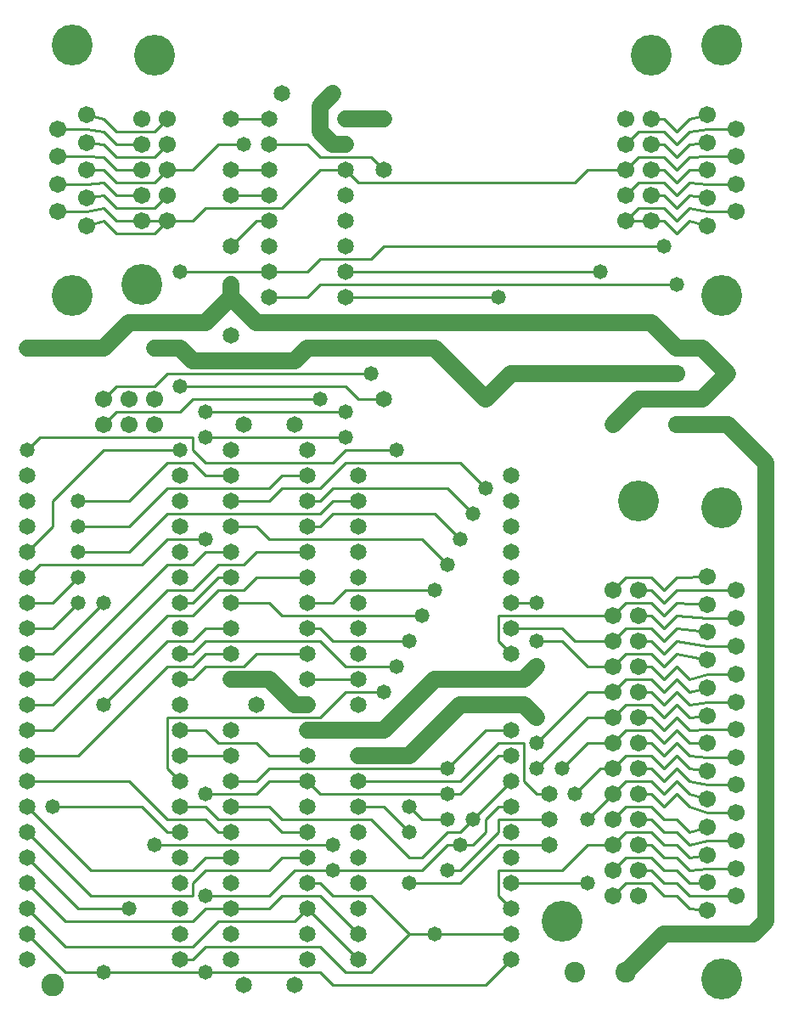
<source format=gbl>
%MOIN*%
%FSLAX25Y25*%
G04 D10 used for Character Trace; *
G04     Circle (OD=.01000) (No hole)*
G04 D11 used for Power Trace; *
G04     Circle (OD=.06700) (No hole)*
G04 D12 used for Signal Trace; *
G04     Circle (OD=.01100) (No hole)*
G04 D13 used for Via; *
G04     Circle (OD=.05800) (Round. Hole ID=.02800)*
G04 D14 used for Component hole; *
G04     Circle (OD=.06500) (Round. Hole ID=.03500)*
G04 D15 used for Component hole; *
G04     Circle (OD=.06700) (Round. Hole ID=.04300)*
G04 D16 used for Component hole; *
G04     Circle (OD=.08100) (Round. Hole ID=.05100)*
G04 D17 used for Component hole; *
G04     Circle (OD=.08900) (Round. Hole ID=.05900)*
G04 D18 used for Component hole; *
G04     Circle (OD=.11300) (Round. Hole ID=.08300)*
G04 D19 used for Component hole; *
G04     Circle (OD=.16000) (Round. Hole ID=.13000)*
G04 D20 used for Component hole; *
G04     Circle (OD=.18300) (Round. Hole ID=.15300)*
G04 D21 used for Component hole; *
G04     Circle (OD=.22291) (Round. Hole ID=.19291)*
%ADD10C,.01000*%
%ADD11C,.06700*%
%ADD12C,.01100*%
%ADD13C,.05800*%
%ADD14C,.06500*%
%ADD15C,.06700*%
%ADD16C,.08100*%
%ADD17C,.08900*%
%ADD18C,.11300*%
%ADD19C,.16000*%
%ADD20C,.18300*%
%ADD21C,.22291*%
%IPPOS*%
%LPD*%
G90*X0Y0D02*D14*X10000Y20000D03*D17*              
X20000Y10000D03*D12*X25000Y25000D02*X75000D01*    
X85000Y35000D01*X115000D01*X120000Y40000D01*D14*  
D03*D12*X140000Y20000D01*D14*D03*D12*             
X135000Y15000D02*X145000D01*X135000D02*           
X125000Y25000D01*X80000D01*X75000Y20000D01*       
X70000D01*D14*D03*D13*X80000Y15000D03*D12*        
X40000D01*D13*D03*D12*X25000D01*X10000Y30000D01*  
D14*D03*Y40000D03*D12*X25000Y25000D01*Y35000D02*  
X75000D01*X80000Y40000D01*X90000D01*D14*D03*D12*  
X105000D01*X110000Y45000D01*X125000D01*           
X140000Y30000D01*D14*D03*Y40000D03*D12*           
X130000Y10000D02*X125000Y15000D01*                
X130000Y10000D02*X190000D01*X200000Y20000D01*D14* 
D03*Y30000D03*D12*X170000D01*D13*D03*D12*         
X160000D01*X145000Y15000D01*X160000Y30000D02*     
X145000Y45000D01*X130000D01*X125000Y50000D01*     
X120000D01*D14*D03*D12*X105000Y45000D02*          
X115000Y55000D01*X80000Y45000D02*X105000D01*D13*  
X80000D03*D12*X75000D02*Y50000D01*X35000Y45000D02*
X75000D01*X35000D02*X10000Y70000D01*D14*D03*D13*  
X20000Y80000D03*D12*X55000D01*X65000Y70000D01*    
X70000D01*D14*D03*D12*X65000Y75000D02*X80000D01*  
X85000Y70000D01*X90000D01*D14*D03*D12*            
X85000Y75000D02*X105000D01*X110000Y70000D01*      
X120000D01*D14*D03*D12*X105000Y55000D02*          
X110000Y60000D01*X80000Y55000D02*X105000D01*      
X75000Y50000D02*X80000Y55000D01*X35000D02*        
X75000D01*X35000D02*X10000Y80000D01*D14*D03*      
Y90000D03*D12*X50000D01*X65000Y75000D01*D14*      
X70000Y80000D03*D12*X80000D01*X85000Y75000D01*D14*
X90000Y80000D03*D12*X105000D01*X110000Y75000D01*  
X145000D01*X160000Y60000D01*X165000D01*           
X175000Y70000D01*X180000D01*X185000Y75000D01*D13* 
D03*D12*X200000Y90000D01*D14*D03*D12*             
X210000Y85000D02*X205000Y90000D01*                
X210000Y85000D02*X215000D01*D14*D03*D13*          
X220000Y95000D03*D12*X230000Y105000D01*X240000D01*
D15*D03*D12*X245000Y110000D01*X255000D01*         
X260000Y105000D01*X265000Y110000D01*              
X270000Y105000D01*X276900D01*D15*D03*D12*         
X270000Y110000D02*X276900Y110400D01*X288200D01*   
D15*D03*Y121300D03*D12*X276900D01*                
X270000Y120000D01*X265000Y125000D01*              
X260000Y120000D01*X255000Y125000D01*X250000D01*   
D15*D03*D12*X260000Y115000D02*X255000Y120000D01*  
X260000Y115000D02*X265000Y120000D01*              
X270000Y115000D01*X276900Y115900D01*D15*D03*D12*  
X270000Y110000D02*X265000Y115000D01*              
X260000Y110000D01*X255000Y115000D01*X250000D01*   
D15*D03*D12*X245000Y120000D02*X255000D01*         
X240000Y115000D02*X245000Y120000D01*D15*          
X240000Y115000D03*D12*X230000D01*X210000Y95000D01*
D13*D03*D12*X205000Y90000D02*Y105000D01*          
X195000D01*X180000Y90000D01*X140000D01*D14*D03*   
D12*X160000Y70000D02*X150000Y80000D01*D13*        
X160000Y70000D03*D12*X165000Y75000D02*X175000D01* 
D13*D03*D12*X180000Y65000D02*X185000D01*D13*      
X180000D03*D12*X175000D01*X165000Y55000D01*       
X130000D01*D13*D03*D12*X115000D01*D14*            
X120000Y60000D03*D12*X110000D01*D14*              
X120000Y80000D03*X90000Y60000D03*D12*X80000D01*   
X75000Y55000D01*D14*X70000Y60000D03*Y50000D03*D13*
X60000Y65000D03*D12*X130000D01*D13*D03*D14*       
X140000Y60000D03*Y70000D03*Y80000D03*D12*         
X150000D01*D13*X160000D03*D12*X165000Y75000D01*   
D13*X175000Y85000D03*D12*X125000D01*              
X120000Y90000D01*D14*D03*D12*X105000D01*          
X100000Y85000D01*X80000D01*D13*D03*D14*           
X70000Y90000D03*D12*X65000Y95000D01*Y115000D01*   
X125000D01*X135000Y125000D01*X150000D01*D13*D03*  
X155000Y135000D03*D12*X135000D01*                 
X125000Y145000D01*X80000D01*X75000Y140000D01*     
X70000D01*D14*D03*D12*X65000Y135000D02*X75000D01* 
X30000Y100000D02*X65000Y135000D01*                
X10000Y100000D02*X30000D01*D14*X10000D03*D12*     
Y110000D02*X20000D01*D14*X10000D03*D12*Y120000D02*
X20000D01*D14*X10000D03*D12*X20000Y110000D02*     
X65000Y155000D01*X75000D01*X85000Y165000D01*      
X95000D01*X100000Y170000D01*X120000D01*D14*D03*   
D12*Y160000D02*X130000D01*D14*X120000D03*D12*     
X130000D02*X135000Y165000D01*X170000D01*D13*D03*  
X175000Y175000D03*D12*X165000Y185000D01*          
X105000D01*X100000Y190000D01*X90000D01*D14*D03*   
D12*X95000Y175000D02*X100000Y180000D01*           
X85000Y175000D02*X95000D01*X75000Y165000D02*      
X85000Y175000D01*X65000Y165000D02*X75000D01*      
X20000Y120000D02*X65000Y165000D01*D14*            
X10000Y130000D03*D12*X20000D01*X65000Y175000D01*  
X75000D01*X80000Y180000D01*X90000D01*D14*D03*D13* 
X80000Y185000D03*D12*X65000D01*X55000Y175000D01*  
X15000D01*X10000Y170000D01*D14*D03*D12*Y160000D02*
X20000D01*D14*X10000D03*D12*Y150000D02*X20000D01* 
D14*X10000D03*D12*Y140000D02*X20000D01*D14*       
X10000D03*D12*X20000Y150000D02*X30000Y160000D01*  
D13*D03*X40000D03*D12*X20000Y140000D01*D13*       
X40000Y120000D03*D12*X65000Y145000D01*X75000D01*  
X80000Y150000D01*X90000D01*D14*D03*D12*           
X95000Y135000D02*X100000Y140000D01*               
X80000Y135000D02*X95000D01*X75000Y130000D02*      
X80000Y135000D01*X70000Y130000D02*X75000D01*D14*  
X70000D03*D12*X75000Y135000D02*X80000Y140000D01*  
X90000D01*D14*D03*D12*X100000D02*X120000D01*D14*  
D03*D12*X130000Y145000D02*X125000Y150000D01*      
X130000Y145000D02*X160000D01*D13*D03*             
X165000Y155000D03*D12*X110000D01*                 
X105000Y160000D01*X90000D01*D14*D03*Y170000D03*   
D12*X85000D01*X75000Y160000D01*X70000D01*D14*D03* 
Y170000D03*Y150000D03*D12*X30000Y180000D02*       
X50000D01*D13*X30000D03*D12*X10000D02*            
X20000Y190000D01*D14*X10000Y180000D03*D12*        
X20000Y190000D02*Y200000D01*X40000Y220000D01*     
X70000D01*D13*D03*D12*X80000Y210000D02*           
X75000Y215000D01*X80000Y210000D02*X90000D01*D14*  
D03*D12*X80000Y215000D02*X130000D01*              
X135000Y220000D01*X155000D01*D13*D03*D14*         
X140000Y210000D03*D12*X185000Y195000D02*          
X175000Y205000D01*D13*X185000Y195000D03*D12*      
X130000Y205000D02*X175000D01*X125000Y200000D02*   
X130000Y205000D01*X120000Y200000D02*X125000D01*   
D14*X120000D03*D12*X65000Y195000D02*X125000D01*   
X50000Y180000D02*X65000Y195000D01*                
X30000Y190000D02*X50000D01*D13*X30000D03*         
Y200000D03*D12*X50000D01*X65000Y215000D01*        
X75000D01*D14*X70000Y210000D03*D12*               
X80000Y215000D02*X75000Y220000D01*Y225000D01*     
X15000D01*X10000Y220000D01*D13*D03*D14*Y210000D03*
Y200000D03*Y190000D03*D15*X40000Y230000D03*D12*   
X45000Y235000D01*X70000D01*X75000Y240000D01*      
X125000D01*D13*D03*D14*X115000Y230000D03*D13*     
X135000Y235000D03*D12*X80000D01*D13*D03*          
X70000Y245000D03*D12*X135000D01*X140000Y240000D01*
X150000D01*D14*D03*D13*X145000Y250000D03*D12*     
X65000D01*X60000Y245000D01*X45000D01*             
X40000Y240000D01*D15*D03*X50000Y230000D03*        
Y240000D03*D14*X60000Y260000D03*D11*X70000D01*    
X75000Y255000D01*X115000D01*D13*D03*D11*          
X120000Y260000D01*X170000D01*X190000Y240000D01*   
D14*D03*D11*X200000Y250000D01*X240000D01*D14*D03* 
D11*X265000D01*D15*D03*D11*X255000Y240000D02*     
X275000D01*D15*X255000D03*D11*X250000D01*         
X240000Y230000D01*D14*D03*D15*X265000D03*D11*     
X285000D01*D14*D03*D11*X300000Y215000D01*         
Y35000D01*X295000Y30000D01*X260000D01*            
X245000Y15000D01*D16*D03*X225000D03*D12*          
X270000Y40000D02*X276900Y39600D01*D15*D03*D12*    
X270000Y45000D02*X276900D01*X288200D01*D15*D03*   
Y55900D03*D12*X276900D01*X270000Y55000D01*        
X265000Y60000D01*X260000D01*X255000Y65000D01*     
X250000D01*D15*D03*D12*X260000Y55000D02*          
X255000Y60000D01*X260000Y55000D02*X265000D01*     
X270000Y50000D01*X276900Y50400D01*D15*D03*D12*    
X270000Y45000D02*X265000Y50000D01*X260000D01*     
X255000Y55000D01*X250000D01*D15*D03*D12*          
X260000Y45000D02*X255000Y50000D01*                
X260000Y45000D02*X265000D01*X270000Y40000D01*     
X245000Y50000D02*X255000D01*X240000Y45000D02*     
X245000Y50000D01*D15*X240000Y45000D03*D13*        
X230000Y50000D03*D12*X200000D01*D14*D03*D12*      
X195000Y45000D02*Y55000D01*X200000Y40000D02*      
X195000Y45000D01*D14*X200000Y40000D03*D12*        
X195000Y55000D02*X220000D01*X230000Y65000D01*     
X240000D01*D15*D03*D12*X245000Y70000D01*          
X255000D01*X260000Y65000D01*X265000D01*           
X270000Y60000D01*X276900Y61300D01*D15*D03*D12*    
X270000Y65000D02*X276900Y66800D01*X288200D01*D15* 
D03*D12*X270000Y80000D02*X276900Y77800D01*        
X270000Y80000D02*X265000Y85000D01*                
X260000Y80000D01*X255000Y85000D01*X250000D01*D15* 
D03*D12*X260000Y75000D02*X255000Y80000D01*        
X260000Y75000D02*X265000D01*X270000Y70000D01*     
X276900Y72200D01*D15*D03*D12*X270000Y65000D02*    
X265000Y70000D01*X260000D01*X255000Y75000D01*     
X250000D01*D15*D03*D12*X245000Y80000D02*          
X255000D01*X240000Y75000D02*X245000Y80000D01*D15* 
X240000Y75000D03*Y85000D03*D12*X230000Y75000D01*  
D13*D03*D12*X240000Y85000D02*X245000Y90000D01*    
X255000D01*X260000Y85000D01*X265000Y90000D01*     
X270000Y85000D01*X276900Y83200D01*D15*D03*D12*    
X270000Y90000D02*X276900Y88700D01*X288200D01*D15* 
D03*Y99600D03*D12*X276900D01*X270000Y100000D01*   
X265000Y105000D01*X260000Y100000D01*              
X255000Y105000D01*X250000D01*D15*D03*D12*         
X260000Y95000D02*X255000Y100000D01*               
X260000Y95000D02*X265000Y100000D01*               
X270000Y95000D01*X276900Y94100D01*D15*D03*D12*    
X270000Y90000D02*X265000Y95000D01*                
X260000Y90000D01*X255000Y95000D01*X250000D01*D15* 
D03*D12*X245000Y100000D02*X255000D01*             
X240000Y95000D02*X245000Y100000D01*D15*           
X240000Y95000D03*D12*X235000D01*X225000Y85000D01* 
D13*D03*D14*X215000Y75000D03*D12*X195000D01*      
Y70000D01*X180000Y55000D01*X175000D01*D13*D03*D12*
X160000Y50000D02*X180000D01*D13*X160000D03*D12*   
X180000D02*X195000Y65000D01*X215000D01*D14*D03*   
X200000Y80000D03*D12*X195000D01*X190000Y75000D01* 
Y70000D01*X185000Y65000D01*D14*X200000Y60000D03*  
Y70000D03*D12*X175000Y85000D02*X180000D01*        
X195000Y100000D01*X200000D01*D14*D03*D12*         
X175000Y95000D02*X190000Y110000D01*D13*           
X175000Y95000D03*D12*X105000D01*X100000Y90000D01* 
X90000D01*D14*D03*Y100000D03*D12*X70000D01*D14*   
D03*D12*X85000Y105000D02*X80000Y110000D01*        
X85000Y105000D02*X100000D01*X105000Y100000D01*    
X120000D01*D14*D03*Y110000D03*D11*X140000D01*D14* 
D03*D11*X150000D01*X170000Y130000D01*X200000D01*  
D14*D03*D11*X205000D01*X210000Y135000D01*D14*D03* 
D12*X230000D02*X220000Y145000D01*                 
X230000Y135000D02*X240000D01*D15*D03*D12*         
X245000Y140000D01*X255000D01*X260000Y135000D01*   
X265000Y140000D01*X276900Y137800D01*D15*D03*D12*  
X265000Y145000D02*X276900Y143200D01*              
X260000Y140000D02*X265000Y145000D01*              
X260000Y140000D02*X255000Y145000D01*X250000D01*   
D15*D03*D12*X260000D02*X255000Y150000D01*         
X260000Y145000D02*X265000Y150000D01*              
X276900Y148700D01*D15*D03*D12*X265000Y155000D02*  
X276900Y154100D01*X260000Y150000D02*              
X265000Y155000D01*X260000Y150000D02*              
X255000Y155000D01*X250000D01*D15*D03*D12*         
X245000Y150000D02*X255000D01*X240000Y145000D02*   
X245000Y150000D01*D15*X240000Y145000D03*D12*      
X225000D01*X220000Y150000D01*X200000D01*D14*D03*  
D12*X195000Y145000D02*Y155000D01*                 
X200000Y140000D02*X195000Y145000D01*D14*          
X200000Y140000D03*D13*X210000Y145000D03*D12*      
X220000D01*D13*X210000Y160000D03*D12*X200000D01*  
D14*D03*D12*X195000Y155000D02*X240000D01*D15*D03* 
D12*X245000Y160000D01*X255000D01*                 
X260000Y155000D01*X265000Y160000D01*              
X276900Y159600D01*D15*D03*D12*X265000Y165000D02*  
X276900D01*X260000Y160000D02*X265000Y165000D01*   
X260000Y160000D02*X255000Y165000D01*X250000D01*   
D15*D03*D12*X260000D02*X255000Y170000D01*         
X260000Y165000D02*X265000Y170000D01*              
X276900Y170400D01*D15*D03*D12*Y165000D02*         
X288200D01*D15*D03*Y154100D03*D12*X276900D01*     
Y143200D02*X288200D01*D15*D03*D12*                
X270000Y130000D02*X276900Y132200D01*              
X270000Y130000D02*X265000Y135000D01*              
X260000Y130000D01*X255000Y135000D01*X250000D01*   
D15*D03*D12*X260000Y125000D02*X255000Y130000D01*  
X260000Y125000D02*X265000Y130000D01*              
X270000Y125000D01*X276900Y126800D01*D15*D03*D12*  
Y132200D02*X288200D01*D15*D03*D12*                
X245000Y130000D02*X255000D01*X240000Y125000D02*   
X245000Y130000D01*D15*X240000Y125000D03*D12*      
X230000D01*X210000Y105000D01*D13*D03*D14*         
X200000Y110000D03*D12*X190000D01*D14*             
X200000Y120000D03*D11*X180000D01*                 
X160000Y100000D01*D13*D03*D11*X140000D01*D14*D03* 
X120000Y120000D03*D11*X115000D01*                 
X105000Y130000D01*X90000D01*D14*D03*              
X100000Y120000D03*X70000Y110000D03*D12*X80000D01* 
D14*X70000Y120000D03*X90000Y110000D03*            
X120000Y150000D03*D12*X125000D01*D14*             
X140000Y140000D03*Y150000D03*Y160000D03*          
Y170000D03*X120000Y130000D03*D12*X140000D01*D14*  
D03*Y120000D03*Y180000D03*X120000D03*D12*         
X100000D01*X90000Y200000D02*X105000D01*D14*       
X90000D03*D12*X105000D02*X110000Y205000D01*       
X125000D01*X135000Y215000D01*X180000D01*          
X190000Y205000D01*D13*D03*D14*X200000Y200000D03*  
Y210000D03*Y190000D03*D13*X180000Y185000D03*D12*  
X170000Y195000D01*X130000D01*X125000Y190000D01*   
X120000D01*D14*D03*D12*X125000Y195000D02*         
X130000Y200000D01*X140000D01*D14*D03*Y190000D03*  
X120000Y220000D03*Y210000D03*D12*X110000D01*      
X105000Y205000D01*X65000D01*X50000Y190000D01*D13* 
X30000Y170000D03*D12*X20000Y160000D01*D14*        
X70000Y180000D03*Y190000D03*Y200000D03*D13*       
X80000Y225000D03*D12*X135000D01*D13*D03*D14*      
X95000Y230000D03*X90000Y265000D03*Y220000D03*D13* 
X125000Y270000D03*D11*X105000D01*D13*D03*D11*     
X100000D01*X90000Y280000D01*X80000Y270000D01*     
X50000D01*X40000Y260000D01*D14*D03*D11*X10000D01* 
D13*D03*D19*X27400Y280800D03*D12*X45000Y305000D02*
X60000D01*X65000Y310000D01*D15*D03*D12*X55000D01* 
D15*D03*D12*X45000D01*X40000Y315000D01*           
X33100Y313700D01*X21800D01*D15*D03*Y324600D03*D12*
X33100D01*X40000Y325000D01*X45000Y320000D01*      
X55000D01*D15*D03*D12*X45000Y315000D02*X60000D01* 
X45000D02*X40000Y320000D01*X33100Y319100D01*D15*  
D03*D12*X45000Y330000D02*X55000D01*D15*D03*D12*   
X45000Y325000D02*X60000D01*X45000D02*             
X40000Y330000D01*X33100D01*D15*D03*D12*X45000D02* 
X40000Y335000D01*X33100Y335400D01*X21800D01*D15*  
D03*Y346300D03*D12*X33100D01*X40000Y345000D01*    
X45000Y340000D01*X55000D01*D15*D03*D12*           
X45000Y335000D02*X60000D01*X45000D02*             
X40000Y340000D01*X33100Y340900D01*D15*D03*D12*    
X45000Y345000D02*X40000Y350000D01*                
X45000Y345000D02*X60000D01*X65000Y350000D01*D15*  
D03*X55000D03*X65000Y340000D03*D12*               
X60000Y335000D01*D15*X65000Y330000D03*D12*        
X60000Y325000D01*D15*X65000Y320000D03*D12*        
X60000Y315000D01*X65000Y310000D02*X75000D01*      
X80000Y315000D01*X110000D01*X125000Y330000D01*    
X135000D01*D14*D03*D12*X140000Y325000D01*         
X225000D01*X230000Y330000D01*X245000D01*D15*D03*  
D12*X250000Y335000D01*X260000D01*                 
X265000Y330000D01*X270000Y335000D01*              
X276900Y335400D01*X288200D01*D15*D03*Y346300D03*  
D12*X276900D01*X270000Y345000D01*                 
X265000Y340000D01*X260000Y345000D01*X250000D01*   
X245000Y340000D01*D15*D03*X255000Y330000D03*D12*  
X260000D01*X265000Y325000D01*X270000Y330000D01*   
X276900D01*D15*D03*D12*X265000Y320000D02*         
X270000Y325000D01*X265000Y320000D02*              
X260000Y325000D01*X250000D01*X245000Y320000D01*   
D15*D03*D12*Y310000D02*X250000Y315000D01*D15*     
X245000Y310000D03*D12*X255000D01*D15*D03*D12*     
X260000D01*X265000Y305000D01*X270000Y310000D01*   
X276900Y308200D01*D15*D03*D12*X265000Y310000D02*  
X270000Y315000D01*X265000Y310000D02*              
X260000Y315000D01*X250000D01*D15*                 
X255000Y320000D03*D12*X260000D01*                 
X265000Y315000D01*X270000Y320000D01*              
X276900Y319100D01*D15*D03*D12*X270000Y325000D02*  
X276900Y324600D01*X288200D01*D15*D03*Y313700D03*  
D12*X276900D01*X270000Y315000D01*D13*             
X260000Y300000D03*D12*X150000D01*                 
X145000Y295000D01*X125000D01*X120000Y290000D01*   
X105000D01*D14*D03*D12*X70000D01*D13*D03*D19*     
X55000Y285000D03*D11*X90000Y280000D02*Y285000D01* 
D14*D03*X105000Y300000D03*Y280000D03*D12*         
X120000D01*X125000Y285000D01*X265000D01*D13*D03*  
D11*Y260000D02*X255000Y270000D01*                 
X265000Y260000D02*X275000D01*X285000Y250000D01*   
D14*D03*D11*X275000Y240000D01*X125000Y270000D02*  
X255000D01*D14*X135000Y280000D03*D12*X195000D01*  
D13*D03*X235000Y290000D03*D12*X135000D01*D14*D03* 
Y300000D03*Y310000D03*X105000Y320000D03*D12*      
X90000D01*D14*D03*D12*Y300000D02*                 
X100000Y310000D01*D14*X90000Y300000D03*D12*       
X100000Y310000D02*X105000D01*D14*D03*Y330000D03*  
D12*X90000D01*D14*D03*D13*X95000Y340000D03*D12*   
X85000D01*X75000Y330000D01*X65000D01*             
X33100Y351800D02*X40000Y350000D01*D15*            
X33100Y351800D03*D19*X60000Y375000D03*            
X27400Y379200D03*D15*X33100Y308200D03*D12*        
X40000Y310000D01*X45000Y305000D01*D14*            
X90000Y350000D03*D12*X105000D01*D14*D03*          
X110000Y360000D03*X105000Y340000D03*D12*          
X120000D01*X125000Y335000D01*X145000D01*          
X150000Y330000D01*D14*D03*X135000Y340000D03*D11*  
X130000D01*X125000Y345000D01*Y355000D01*          
X130000Y360000D01*D14*D03*X135000Y350000D03*D11*  
X150000D01*D14*D03*X135000Y320000D03*D15*         
X245000Y350000D03*X255000Y340000D03*D12*          
X260000D01*X265000Y335000D01*X270000Y340000D01*   
X276900Y340900D01*D15*D03*D12*X265000Y345000D02*  
X270000Y350000D01*X276900Y351800D01*D15*D03*D12*  
X265000Y345000D02*X260000Y350000D01*X255000D01*   
D15*D03*D19*Y375000D03*X282600Y379200D03*         
Y280800D03*X250000Y200000D03*X282600Y197600D03*   
D14*X200000Y180000D03*Y170000D03*D12*             
X240000Y165000D02*X245000Y170000D01*D15*          
X240000Y165000D03*D12*X245000Y170000D02*          
X255000D01*D11*X210000Y115000D02*                 
X205000Y120000D01*D14*X210000Y115000D03*D11*      
X200000Y120000D02*X205000D01*D12*X240000Y55000D02*
X245000Y60000D01*D15*X240000Y55000D03*D12*        
X245000Y60000D02*X255000D01*D15*X250000Y45000D03* 
D12*X276900Y77800D02*X288200D01*D15*D03*D19*      
X282600Y12400D03*X220000Y35000D03*D14*            
X140000Y50000D03*D12*X80000Y15000D02*X125000D01*  
D14*X90000Y20000D03*Y30000D03*X95000Y10000D03*    
X70000Y30000D03*Y40000D03*D13*X50000D03*D12*      
X30000D01*X10000Y60000D01*D14*D03*Y50000D03*D12*  
X25000Y35000D01*D14*X90000Y50000D03*              
X115000Y10000D03*X120000Y20000D03*Y30000D03*D15*  
X60000Y230000D03*Y240000D03*M02*                  

</source>
